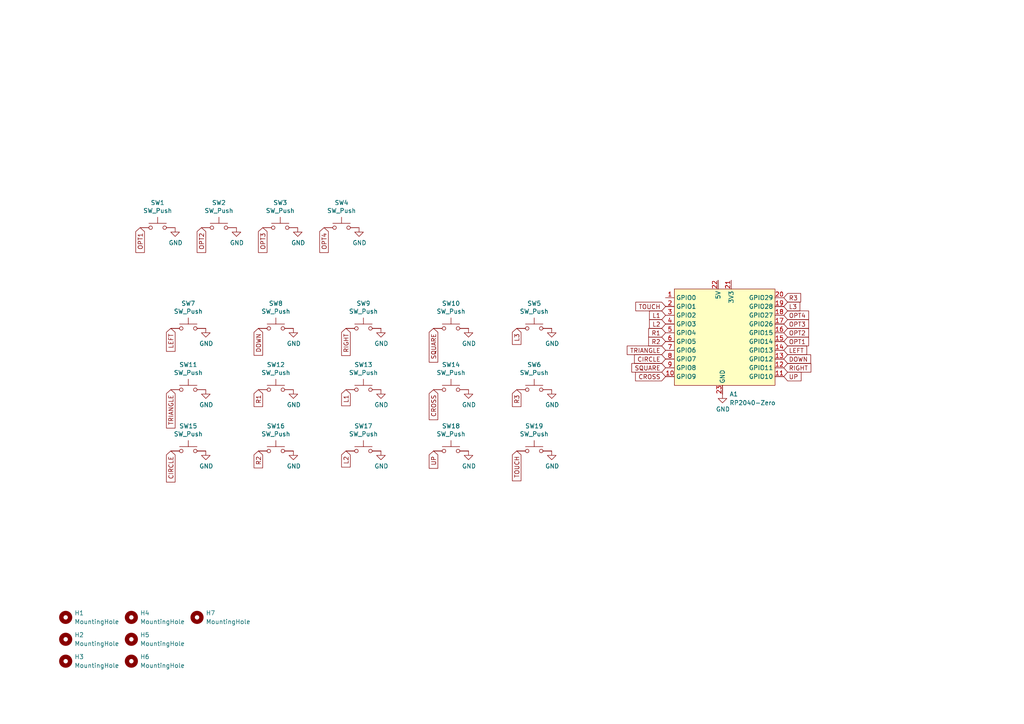
<source format=kicad_sch>
(kicad_sch (version 20230121) (generator eeschema)
  (paper "A4")
  (lib_symbols
    (symbol "Mechanical:MountingHole" (pin_names (offset 1.016))
      (property "Reference" "H" (at 0 5.08 0))
      (property "Value" "MountingHole" (at 0 3.175 0))
      (symbol "MountingHole_0_1"
        (circle (center 0 0) (radius 1.27) (stroke (width 1.27)))
      )
    )
    (symbol "RP2040-Zero:RP2040-Zero"
      (property "Reference" "U" (at 0 1.27 0))
      (property "Value" "RP2040-Zero" (at 0 -1.27 0))
      (symbol "RP2040-Zero_0_1"
        (rectangle (start -13.97 12.7) (end 15.24 -15.24) (fill (type background)))
      )
      (symbol "RP2040-Zero_1_1"
        (pin bidirectional line (at -16.51 10.16 0) (length 2.54) (name "GPIO0") (number "1"))
        (pin bidirectional line (at -16.51 -12.7 0) (length 2.54) (name "GPIO9") (number "10"))
        (pin bidirectional line (at 17.78 -12.7 180) (length 2.54) (name "GPIO10") (number "11"))
        (pin bidirectional line (at 17.78 -10.16 180) (length 2.54) (name "GPIO11") (number "12"))
        (pin bidirectional line (at 17.78 -7.62 180) (length 2.54) (name "GPIO12") (number "13"))
        (pin bidirectional line (at 17.78 -5.08 180) (length 2.54) (name "GPIO13") (number "14"))
        (pin bidirectional line (at 17.78 -2.54 180) (length 2.54) (name "GPIO14") (number "15"))
        (pin bidirectional line (at 17.78 0 180) (length 2.54) (name "GPIO15") (number "16"))
        (pin bidirectional line (at 17.78 2.54 180) (length 2.54) (name "GPIO26") (number "17"))
        (pin bidirectional line (at 17.78 5.08 180) (length 2.54) (name "GPIO27") (number "18"))
        (pin bidirectional line (at 17.78 7.62 180) (length 2.54) (name "GPIO28") (number "19"))
        (pin bidirectional line (at -16.51 7.62 0) (length 2.54) (name "GPIO1") (number "2"))
        (pin bidirectional line (at 17.78 10.16 180) (length 2.54) (name "GPIO29") (number "20"))
        (pin power_out line (at 2.54 15.24 270) (length 2.54) (name "3V3") (number "21"))
        (pin power_in line (at -1.27 15.24 270) (length 2.54) (name "5V") (number "22"))
        (pin power_in line (at 0 -17.78 90) (length 2.54) (name "GND") (number "23"))
        (pin bidirectional line (at -16.51 5.08 0) (length 2.54) (name "GPIO2") (number "3"))
        (pin bidirectional line (at -16.51 2.54 0) (length 2.54) (name "GPIO3") (number "4"))
        (pin bidirectional line (at -16.51 0 0) (length 2.54) (name "GPIO4") (number "5"))
        (pin bidirectional line (at -16.51 -2.54 0) (length 2.54) (name "GPIO5") (number "6"))
        (pin bidirectional line (at -16.51 -5.08 0) (length 2.54) (name "GPIO6") (number "7"))
        (pin bidirectional line (at -16.51 -7.62 0) (length 2.54) (name "GPIO7") (number "8"))
        (pin bidirectional line (at -16.51 -10.16 0) (length 2.54) (name "GPIO8") (number "9"))
      )
    )
    (symbol "Switch:SW_Push" (pin_numbers hide) (pin_names (offset 1.016) hide)
      (property "Reference" "SW" (at 1.27 2.54 0))
      (property "Value" "SW_Push" (at 0 -1.524 0))
      (symbol "SW_Push_0_1"
        (circle (center -2.032 0) (radius 0.508))
        (polyline (pts (xy 0 1.27) (xy 0 3.048)))
        (polyline (pts (xy 2.54 1.27) (xy -2.54 1.27)))
        (circle (center 2.032 0) (radius 0.508))
        (pin passive line (at -5.08 0 0) (length 2.54) (name "1") (number "1"))
        (pin passive line (at 5.08 0 180) (length 2.54) (name "2") (number "2"))
      )
    )
    (symbol "power:GND" (power) (pin_names (offset 0))
      (property "Value" "GND" (at 0 -3.81 0))
      (symbol "GND_0_1"
        (polyline (pts (xy 0 0) (xy 0 -1.27) (xy 1.27 -1.27) (xy 0 -2.54) (xy -1.27 -1.27) (xy 0 -1.27)))
      )
      (symbol "GND_1_1"
        (pin power_in line (at 0 0 270) (length 0) hide (name "GND") (number "1"))
      )
    )
  )
  (global_label "TRIANGLE" (shape input) (at 49.53 113.03 270) (property "Intersheetrefs" "${INTERSHEET_REFS}" (effects hide)))
  (global_label "CROSS" (shape input) (at 125.73 113.03 270) (property "Intersheetrefs" "${INTERSHEET_REFS}" (effects hide)))
  (global_label "R2" (shape input) (at 74.93 130.81 270) (property "Intersheetrefs" "${INTERSHEET_REFS}" (effects hide)))
  (global_label "TRIANGLE" (shape input) (at 193.04 101.6 180) (property "Intersheetrefs" "${INTERSHEET_REFS}" (effects hide)))
  (global_label "OPT1" (shape input) (at 227.33 99.06 0) (property "Intersheetrefs" "${INTERSHEET_REFS}" (effects hide)))
  (global_label "L2" (shape input) (at 100.33 130.81 270) (property "Intersheetrefs" "${INTERSHEET_REFS}" (effects hide)))
  (global_label "R1" (shape input) (at 74.93 113.03 270) (property "Intersheetrefs" "${INTERSHEET_REFS}" (effects hide)))
  (global_label "RIGHT" (shape input) (at 100.33 95.25 270) (property "Intersheetrefs" "${INTERSHEET_REFS}" (effects hide)))
  (global_label "SQUARE" (shape input) (at 125.73 95.25 270) (property "Intersheetrefs" "${INTERSHEET_REFS}" (effects hide)))
  (global_label "R3" (shape input) (at 149.86 113.03 270) (property "Intersheetrefs" "${INTERSHEET_REFS}" (effects hide)))
  (global_label "SQUARE" (shape input) (at 193.04 106.68 180) (property "Intersheetrefs" "${INTERSHEET_REFS}" (effects hide)))
  (global_label "OPT2" (shape input) (at 58.42 66.04 270) (property "Intersheetrefs" "${INTERSHEET_REFS}" (effects hide)))
  (global_label "UP" (shape input) (at 125.73 130.81 270) (property "Intersheetrefs" "${INTERSHEET_REFS}" (effects hide)))
  (global_label "RIGHT" (shape input) (at 227.33 106.68 0) (property "Intersheetrefs" "${INTERSHEET_REFS}" (effects hide)))
  (global_label "TOUCH" (shape input) (at 149.86 130.81 270) (property "Intersheetrefs" "${INTERSHEET_REFS}" (effects hide)))
  (global_label "R1" (shape input) (at 193.04 96.52 180) (property "Intersheetrefs" "${INTERSHEET_REFS}" (effects hide)))
  (global_label "OPT3" (shape input) (at 227.33 93.98 0) (property "Intersheetrefs" "${INTERSHEET_REFS}" (effects hide)))
  (global_label "CIRCLE" (shape input) (at 193.04 104.14 180) (property "Intersheetrefs" "${INTERSHEET_REFS}" (effects hide)))
  (global_label "L2" (shape input) (at 193.04 93.98 180) (property "Intersheetrefs" "${INTERSHEET_REFS}" (effects hide)))
  (global_label "CROSS" (shape input) (at 193.04 109.22 180) (property "Intersheetrefs" "${INTERSHEET_REFS}" (effects hide)))
  (global_label "OPT4" (shape input) (at 227.33 91.44 0) (property "Intersheetrefs" "${INTERSHEET_REFS}" (effects hide)))
  (global_label "DOWN" (shape input) (at 74.93 95.25 270) (property "Intersheetrefs" "${INTERSHEET_REFS}" (effects hide)))
  (global_label "LEFT" (shape input) (at 227.33 101.6 0) (property "Intersheetrefs" "${INTERSHEET_REFS}" (effects hide)))
  (global_label "R3" (shape input) (at 227.33 86.36 0) (property "Intersheetrefs" "${INTERSHEET_REFS}" (effects hide)))
  (global_label "DOWN" (shape input) (at 227.33 104.14 0) (property "Intersheetrefs" "${INTERSHEET_REFS}" (effects hide)))
  (global_label "TOUCH" (shape input) (at 193.04 88.9 180) (property "Intersheetrefs" "${INTERSHEET_REFS}" (effects hide)))
  (global_label "R2" (shape input) (at 193.04 99.06 180) (property "Intersheetrefs" "${INTERSHEET_REFS}" (effects hide)))
  (global_label "LEFT" (shape input) (at 49.53 95.25 270) (property "Intersheetrefs" "${INTERSHEET_REFS}" (effects hide)))
  (global_label "UP" (shape input) (at 227.33 109.22 0) (property "Intersheetrefs" "${INTERSHEET_REFS}" (effects hide)))
  (global_label "OPT4" (shape input) (at 93.98 66.04 270) (property "Intersheetrefs" "${INTERSHEET_REFS}" (effects hide)))
  (global_label "L3" (shape input) (at 149.86 95.25 270) (property "Intersheetrefs" "${INTERSHEET_REFS}" (effects hide)))
  (global_label "L1" (shape input) (at 100.33 113.03 270) (property "Intersheetrefs" "${INTERSHEET_REFS}" (effects hide)))
  (global_label "CIRCLE" (shape input) (at 49.53 130.81 270) (property "Intersheetrefs" "${INTERSHEET_REFS}" (effects hide)))
  (global_label "OPT1" (shape input) (at 40.64 66.04 270) (property "Intersheetrefs" "${INTERSHEET_REFS}" (effects hide)))
  (global_label "OPT2" (shape input) (at 227.33 96.52 0) (property "Intersheetrefs" "${INTERSHEET_REFS}" (effects hide)))
  (global_label "OPT3" (shape input) (at 76.2 66.04 270) (property "Intersheetrefs" "${INTERSHEET_REFS}" (effects hide)))
  (global_label "L3" (shape input) (at 227.33 88.9 0) (property "Intersheetrefs" "${INTERSHEET_REFS}" (effects hide)))
  (global_label "L1" (shape input) (at 193.04 91.44 180) (property "Intersheetrefs" "${INTERSHEET_REFS}" (effects hide)))
  (symbol (lib_id "Switch:SW_Push") (at 45.72 66.04 0) (unit 1)
    (property "Reference" "SW1" (at 45.72 58.801 0))
    (property "Value" "SW_Push" (at 45.72 61.1124 0))
    (property "Footprint" "Button_Switch_THT:SW_PUSH_6mm_H5mm" (effects hide))
  )
  (symbol (lib_id "Switch:SW_Push") (at 63.5 66.04 0) (unit 1)
    (property "Reference" "SW2" (at 63.5 58.801 0))
    (property "Value" "SW_Push" (at 63.5 61.1124 0))
    (property "Footprint" "Button_Switch_THT:SW_PUSH_6mm_H5mm" (effects hide))
  )
  (symbol (lib_id "Switch:SW_Push") (at 81.28 66.04 0) (unit 1)
    (property "Reference" "SW3" (at 81.28 58.801 0))
    (property "Value" "SW_Push" (at 81.28 61.1124 0))
    (property "Footprint" "Button_Switch_THT:SW_PUSH_6mm_H5mm" (effects hide))
  )
  (symbol (lib_id "Switch:SW_Push") (at 99.06 66.04 0) (unit 1)
    (property "Reference" "SW4" (at 99.06 58.801 0))
    (property "Value" "SW_Push" (at 99.06 61.1124 0))
    (property "Footprint" "Button_Switch_THT:SW_PUSH_6mm_H5mm" (effects hide))
  )
  (symbol (lib_id "Switch:SW_Push") (at 154.94 95.25 0) (unit 1)
    (property "Reference" "SW5" (at 154.94 88.011 0))
    (property "Value" "SW_Push" (at 154.94 90.3224 0))
    (property "Footprint" "Kailh:Kailh_socket_PG1350_optional" (effects hide))
  )
  (symbol (lib_id "Switch:SW_Push") (at 154.94 113.03 0) (unit 1)
    (property "Reference" "SW6" (at 154.94 105.791 0))
    (property "Value" "SW_Push" (at 154.94 108.1024 0))
    (property "Footprint" "Kailh:Kailh_socket_PG1350_optional" (effects hide))
  )
  (symbol (lib_id "power:GND") (at 50.8 66.04 0) (unit 1)
    (property "Reference" "#PWR01" (effects hide))
    (property "Value" "GND" (at 50.927 70.4342 0))
  )
  (symbol (lib_id "power:GND") (at 68.58 66.04 0) (unit 1)
    (property "Reference" "#PWR02" (effects hide))
    (property "Value" "GND" (at 68.707 70.4342 0))
  )
  (symbol (lib_id "power:GND") (at 86.36 66.04 0) (unit 1)
    (property "Reference" "#PWR03" (effects hide))
    (property "Value" "GND" (at 86.487 70.4342 0))
  )
  (symbol (lib_id "power:GND") (at 104.14 66.04 0) (unit 1)
    (property "Reference" "#PWR04" (effects hide))
    (property "Value" "GND" (at 104.267 70.4342 0))
  )
  (symbol (lib_id "power:GND") (at 160.02 95.25 0) (unit 1)
    (property "Reference" "#PWR05" (effects hide))
    (property "Value" "GND" (at 160.147 99.6442 0))
  )
  (symbol (lib_id "power:GND") (at 160.02 113.03 0) (unit 1)
    (property "Reference" "#PWR06" (effects hide))
    (property "Value" "GND" (at 160.147 117.4242 0))
  )
  (symbol (lib_id "Switch:SW_Push") (at 54.61 95.25 0) (unit 1)
    (property "Reference" "SW7" (at 54.61 88.011 0))
    (property "Value" "SW_Push" (at 54.61 90.3224 0))
    (property "Footprint" "Kailh:Kailh_socket_PG1350_optional" (effects hide))
  )
  (symbol (lib_id "Switch:SW_Push") (at 130.81 130.81 0) (unit 1)
    (property "Reference" "SW18" (at 130.81 123.571 0))
    (property "Value" "SW_Push" (at 130.81 125.8824 0))
    (property "Footprint" "Kailh:Kailh_socket_PG1350_optional" (effects hide))
  )
  (symbol (lib_id "Switch:SW_Push") (at 80.01 113.03 0) (unit 1)
    (property "Reference" "SW12" (at 80.01 105.791 0))
    (property "Value" "SW_Push" (at 80.01 108.1024 0))
    (property "Footprint" "Kailh:Kailh_socket_PG1350_optional" (effects hide))
  )
  (symbol (lib_id "Switch:SW_Push") (at 54.61 130.81 0) (unit 1)
    (property "Reference" "SW15" (at 54.61 123.571 0))
    (property "Value" "SW_Push" (at 54.61 125.8824 0))
    (property "Footprint" "Kailh:Kailh_socket_PG1350_optional" (effects hide))
  )
  (symbol (lib_id "Switch:SW_Push") (at 80.01 95.25 0) (unit 1)
    (property "Reference" "SW8" (at 80.01 88.011 0))
    (property "Value" "SW_Push" (at 80.01 90.3224 0))
    (property "Footprint" "Kailh:Kailh_socket_PG1350_optional" (effects hide))
  )
  (symbol (lib_id "Switch:SW_Push") (at 130.81 95.25 0) (unit 1)
    (property "Reference" "SW10" (at 130.81 88.011 0))
    (property "Value" "SW_Push" (at 130.81 90.3224 0))
    (property "Footprint" "Kailh:Kailh_socket_PG1350_optional" (effects hide))
  )
  (symbol (lib_id "Switch:SW_Push") (at 105.41 113.03 0) (unit 1)
    (property "Reference" "SW13" (at 105.41 105.791 0))
    (property "Value" "SW_Push" (at 105.41 108.1024 0))
    (property "Footprint" "Kailh:Kailh_socket_PG1350_optional" (effects hide))
  )
  (symbol (lib_id "Switch:SW_Push") (at 80.01 130.81 0) (unit 1)
    (property "Reference" "SW16" (at 80.01 123.571 0))
    (property "Value" "SW_Push" (at 80.01 125.8824 0))
    (property "Footprint" "Kailh:Kailh_socket_PG1350_optional" (effects hide))
  )
  (symbol (lib_id "Switch:SW_Push") (at 105.41 95.25 0) (unit 1)
    (property "Reference" "SW9" (at 105.41 88.011 0))
    (property "Value" "SW_Push" (at 105.41 90.3224 0))
    (property "Footprint" "Kailh:Kailh_socket_PG1350_optional" (effects hide))
  )
  (symbol (lib_id "Switch:SW_Push") (at 54.61 113.03 0) (unit 1)
    (property "Reference" "SW11" (at 54.61 105.791 0))
    (property "Value" "SW_Push" (at 54.61 108.1024 0))
    (property "Footprint" "Kailh:Kailh_socket_PG1350_optional" (effects hide))
  )
  (symbol (lib_id "Switch:SW_Push") (at 130.81 113.03 0) (unit 1)
    (property "Reference" "SW14" (at 130.81 105.791 0))
    (property "Value" "SW_Push" (at 130.81 108.1024 0))
    (property "Footprint" "Kailh:Kailh_socket_PG1350_optional" (effects hide))
  )
  (symbol (lib_id "Switch:SW_Push") (at 105.41 130.81 0) (unit 1)
    (property "Reference" "SW17" (at 105.41 123.571 0))
    (property "Value" "SW_Push" (at 105.41 125.8824 0))
    (property "Footprint" "Kailh:Kailh_socket_PG1350_optional" (effects hide))
  )
  (symbol (lib_id "power:GND") (at 59.69 95.25 0) (unit 1)
    (property "Reference" "#PWR07" (effects hide))
    (property "Value" "GND" (at 59.817 99.6442 0))
  )
  (symbol (lib_id "power:GND") (at 135.89 130.81 0) (unit 1)
    (property "Reference" "#PWR018" (effects hide))
    (property "Value" "GND" (at 136.017 135.2042 0))
  )
  (symbol (lib_id "power:GND") (at 85.09 113.03 0) (unit 1)
    (property "Reference" "#PWR012" (effects hide))
    (property "Value" "GND" (at 85.217 117.4242 0))
  )
  (symbol (lib_id "power:GND") (at 59.69 130.81 0) (unit 1)
    (property "Reference" "#PWR015" (effects hide))
    (property "Value" "GND" (at 59.817 135.2042 0))
  )
  (symbol (lib_id "power:GND") (at 85.09 95.25 0) (unit 1)
    (property "Reference" "#PWR08" (effects hide))
    (property "Value" "GND" (at 85.217 99.6442 0))
  )
  (symbol (lib_id "power:GND") (at 135.89 95.25 0) (unit 1)
    (property "Reference" "#PWR010" (effects hide))
    (property "Value" "GND" (at 136.017 99.6442 0))
  )
  (symbol (lib_id "power:GND") (at 110.49 113.03 0) (unit 1)
    (property "Reference" "#PWR013" (effects hide))
    (property "Value" "GND" (at 110.617 117.4242 0))
  )
  (symbol (lib_id "power:GND") (at 85.09 130.81 0) (unit 1)
    (property "Reference" "#PWR016" (effects hide))
    (property "Value" "GND" (at 85.217 135.2042 0))
  )
  (symbol (lib_id "power:GND") (at 110.49 130.81 0) (unit 1)
    (property "Reference" "#PWR017" (effects hide))
    (property "Value" "GND" (at 110.617 135.2042 0))
  )
  (symbol (lib_id "power:GND") (at 135.89 113.03 0) (unit 1)
    (property "Reference" "#PWR014" (effects hide))
    (property "Value" "GND" (at 136.017 117.4242 0))
  )
  (symbol (lib_id "power:GND") (at 59.69 113.03 0) (unit 1)
    (property "Reference" "#PWR011" (effects hide))
    (property "Value" "GND" (at 59.817 117.4242 0))
  )
  (symbol (lib_id "power:GND") (at 110.49 95.25 0) (unit 1)
    (property "Reference" "#PWR09" (effects hide))
    (property "Value" "GND" (at 110.617 99.6442 0))
  )
  (symbol (lib_id "power:GND") (at 209.55 114.3 0) (unit 1)
    (property "Reference" "#PWR0102" (effects hide))
    (property "Value" "GND" (at 209.677 118.6942 0))
  )
  (symbol (lib_id "Switch:SW_Push") (at 154.94 130.81 0) (unit 1)
    (property "Reference" "SW19" (at 154.94 123.571 0))
    (property "Value" "SW_Push" (at 154.94 125.8824 0))
    (property "Footprint" "Kailh:Kailh_socket_PG1350_optional" (effects hide))
  )
  (symbol (lib_id "Mechanical:MountingHole") (at 19.05 191.77 0) (unit 1)
    (property "Reference" "H3" (at 21.59 190.4999 0) (effects (justify left)))
    (property "Value" "MountingHole" (at 21.59 193.0399 0) (effects (justify left)))
    (property "Footprint" "MountingHole:MountingHole_6.4mm_M6" (effects hide))
  )
  (symbol (lib_id "Mechanical:MountingHole") (at 19.05 179.07 0) (unit 1)
    (property "Reference" "H1" (at 21.59 177.7999 0) (effects (justify left)))
    (property "Value" "MountingHole" (at 21.59 180.3399 0) (effects (justify left)))
    (property "Footprint" "MountingHole:MountingHole_6.4mm_M6" (effects hide))
  )
  (symbol (lib_id "Mechanical:MountingHole") (at 57.15 179.07 0) (unit 1)
    (property "Reference" "H7" (at 59.69 177.7999 0) (effects (justify left)))
    (property "Value" "MountingHole" (at 59.69 180.3399 0) (effects (justify left)))
    (property "Footprint" "MountingHole:MountingHole_6.4mm_M6" (effects hide))
  )
  (symbol (lib_id "Mechanical:MountingHole") (at 38.1 179.07 0) (unit 1)
    (property "Reference" "H4" (at 40.64 177.7999 0) (effects (justify left)))
    (property "Value" "MountingHole" (at 40.64 180.3399 0) (effects (justify left)))
    (property "Footprint" "MountingHole:MountingHole_6.4mm_M6" (effects hide))
  )
  (symbol (lib_id "RP2040-Zero:RP2040-Zero") (at 209.55 96.52 0) (unit 1)
    (property "Reference" "A1" (at 211.5694 114.3 0) (effects (justify left)))
    (property "Value" "RP2040-Zero" (at 211.5694 116.84 0) (effects (justify left)))
    (property "Footprint" "RP2040-Zero:RP2040-Zero" (effects hide))
  )
  (symbol (lib_id "Mechanical:MountingHole") (at 38.1 185.42 0) (unit 1)
    (property "Reference" "H5" (at 40.64 184.1499 0) (effects (justify left)))
    (property "Value" "MountingHole" (at 40.64 186.6899 0) (effects (justify left)))
    (property "Footprint" "MountingHole:MountingHole_6.4mm_M6" (effects hide))
  )
  (symbol (lib_id "power:GND") (at 160.02 130.81 0) (unit 1)
    (property "Reference" "#PWR019" (effects hide))
    (property "Value" "GND" (at 160.147 135.2042 0))
  )
  (symbol (lib_id "Mechanical:MountingHole") (at 38.1 191.77 0) (unit 1)
    (property "Reference" "H6" (at 40.64 190.4999 0) (effects (justify left)))
    (property "Value" "MountingHole" (at 40.64 193.0399 0) (effects (justify left)))
    (property "Footprint" "MountingHole:MountingHole_6.4mm_M6" (effects hide))
  )
  (symbol (lib_id "Mechanical:MountingHole") (at 19.05 185.42 0) (unit 1)
    (property "Reference" "H2" (at 21.59 184.1499 0) (effects (justify left)))
    (property "Value" "MountingHole" (at 21.59 186.6899 0) (effects (justify left)))
    (property "Footprint" "MountingHole:MountingHole_6.4mm_M6" (effects hide))
  )
)
</source>
